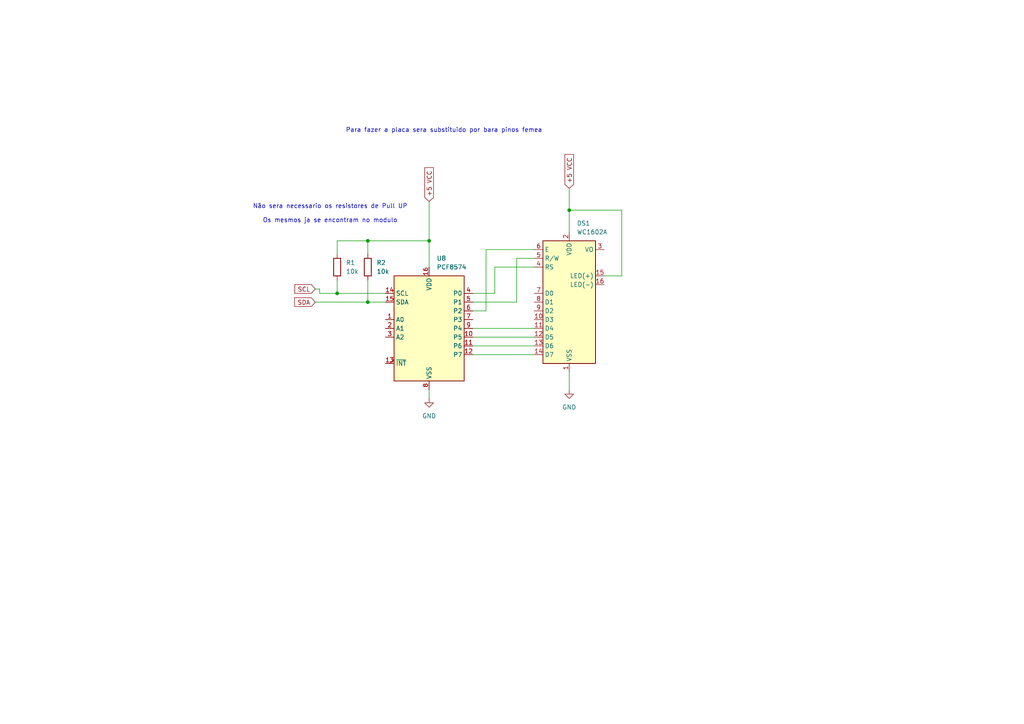
<source format=kicad_sch>
(kicad_sch (version 20231120) (generator "eeschema") (generator_version "8.0")
  (paper "A4")
  (title_block (title "LCD") (date "2024-03-18") (rev "1.0") (company "Alex Thomas Valmorbida"))
  (lib_symbols
    (symbol "Device:R" (pin_numbers hide) (pin_names (offset 0))
      (property "Reference" "R" (at 2.032 0 90))
      (property "Value" "R" (at 0 0 90))
      (symbol "R_0_1"
        (rectangle (start -1.016 -2.54) (end 1.016 2.54) (stroke (width 0.254)))
      )
      (symbol "R_1_1"
        (pin passive line (at 0 3.81 270) (length 1.27) (name "~") (number "1"))
        (pin passive line (at 0 -3.81 90) (length 1.27) (name "~") (number "2"))
      )
    )
    (symbol "Display_Character:WC1602A"
      (property "Reference" "DS" (at -5.842 19.05 0))
      (property "Value" "WC1602A" (at 5.334 19.05 0))
      (symbol "WC1602A_1_1"
        (rectangle (start -7.62 17.78) (end 7.62 -17.78) (stroke (width 0.254)) (fill (type background)))
        (pin power_in line (at 0 -20.32 90) (length 2.54) (name "VSS") (number "1"))
        (pin input line (at -10.16 -5.08 0) (length 2.54) (name "D3") (number "10"))
        (pin input line (at -10.16 -7.62 0) (length 2.54) (name "D4") (number "11"))
        (pin input line (at -10.16 -10.16 0) (length 2.54) (name "D5") (number "12"))
        (pin input line (at -10.16 -12.7 0) (length 2.54) (name "D6") (number "13"))
        (pin input line (at -10.16 -15.24 0) (length 2.54) (name "D7") (number "14"))
        (pin power_in line (at 10.16 7.62 180) (length 2.54) (name "LED(+)") (number "15"))
        (pin power_in line (at 10.16 5.08 180) (length 2.54) (name "LED(-)") (number "16"))
        (pin power_in line (at 0 20.32 270) (length 2.54) (name "VDD") (number "2"))
        (pin input line (at 10.16 15.24 180) (length 2.54) (name "VO") (number "3"))
        (pin input line (at -10.16 10.16 0) (length 2.54) (name "RS") (number "4"))
        (pin input line (at -10.16 12.7 0) (length 2.54) (name "R/W") (number "5"))
        (pin input line (at -10.16 15.24 0) (length 2.54) (name "E") (number "6"))
        (pin input line (at -10.16 2.54 0) (length 2.54) (name "D0") (number "7"))
        (pin input line (at -10.16 0 0) (length 2.54) (name "D1") (number "8"))
        (pin input line (at -10.16 -2.54 0) (length 2.54) (name "D2") (number "9"))
      )
    )
    (symbol "Interface_Expansion:PCF8574"
      (property "Reference" "U" (at -8.89 16.51 0))
      (property "Value" "PCF8574" (at 2.54 16.51 0))
      (symbol "PCF8574_0_1"
        (rectangle (start -10.16 15.24) (end 10.16 -15.24) (stroke (width 0.254)) (fill (type background)))
      )
      (symbol "PCF8574_1_1"
        (pin input line (at -12.7 2.54 0) (length 2.54) (name "A0") (number "1"))
        (pin bidirectional line (at 12.7 -2.54 180) (length 2.54) (name "P5") (number "10"))
        (pin bidirectional line (at 12.7 -5.08 180) (length 2.54) (name "P6") (number "11"))
        (pin bidirectional line (at 12.7 -7.62 180) (length 2.54) (name "P7") (number "12"))
        (pin open_collector output_low (at -12.7 -10.16 0) (length 2.54) (name "~{INT}") (number "13"))
        (pin input line (at -12.7 10.16 0) (length 2.54) (name "SCL") (number "14"))
        (pin bidirectional line (at -12.7 7.62 0) (length 2.54) (name "SDA") (number "15"))
        (pin power_in line (at 0 17.78 270) (length 2.54) (name "VDD") (number "16"))
        (pin input line (at -12.7 0 0) (length 2.54) (name "A1") (number "2"))
        (pin input line (at -12.7 -2.54 0) (length 2.54) (name "A2") (number "3"))
        (pin bidirectional line (at 12.7 10.16 180) (length 2.54) (name "P0") (number "4"))
        (pin bidirectional line (at 12.7 7.62 180) (length 2.54) (name "P1") (number "5"))
        (pin bidirectional line (at 12.7 5.08 180) (length 2.54) (name "P2") (number "6"))
        (pin bidirectional line (at 12.7 2.54 180) (length 2.54) (name "P3") (number "7"))
        (pin power_in line (at 0 -17.78 90) (length 2.54) (name "VSS") (number "8"))
        (pin bidirectional line (at 12.7 0 180) (length 2.54) (name "P4") (number "9"))
      )
    )
    (symbol "power:GND" (power) (pin_numbers hide) (pin_names (offset 0) hide)
      (property "Value" "GND" (at 0 -3.81 0))
      (symbol "GND_0_1"
        (polyline (pts (xy 0 0) (xy 0 -1.27) (xy 1.27 -1.27) (xy 0 -2.54) (xy -1.27 -1.27) (xy 0 -1.27)))
      )
      (symbol "GND_1_1"
        (pin power_in line (at 0 0 270) (length 0) (name "~") (number "1"))
      )
    )
  )
  (junction (at 106.68 87.63))
  (junction (at 106.68 69.85))
  (junction (at 124.46 69.85))
  (junction (at 165.1 60.96))
  (junction (at 97.79 85.09))
  (wire (pts (xy 149.86 87.63) (xy 149.86 74.93)))
  (wire (pts (xy 180.34 60.96) (xy 165.1 60.96)))
  (wire (pts (xy 124.46 58.42) (xy 124.46 69.85)))
  (wire (pts (xy 97.79 69.85) (xy 106.68 69.85)))
  (wire (pts (xy 91.44 83.82) (xy 92.71 83.82)))
  (wire (pts (xy 165.1 107.95) (xy 165.1 113.03)))
  (wire (pts (xy 140.97 72.39) (xy 154.94 72.39)))
  (wire (pts (xy 137.16 95.25) (xy 154.94 95.25)))
  (wire (pts (xy 106.68 87.63) (xy 111.76 87.63)))
  (wire (pts (xy 91.44 87.63) (xy 106.68 87.63)))
  (wire (pts (xy 97.79 85.09) (xy 111.76 85.09)))
  (wire (pts (xy 143.51 77.47) (xy 154.94 77.47)))
  (wire (pts (xy 137.16 90.17) (xy 140.97 90.17)))
  (wire (pts (xy 124.46 113.03) (xy 124.46 115.57)))
  (wire (pts (xy 97.79 81.28) (xy 97.79 85.09)))
  (wire (pts (xy 143.51 85.09) (xy 143.51 77.47)))
  (wire (pts (xy 124.46 69.85) (xy 124.46 77.47)))
  (wire (pts (xy 137.16 87.63) (xy 149.86 87.63)))
  (wire (pts (xy 97.79 73.66) (xy 97.79 69.85)))
  (wire (pts (xy 137.16 85.09) (xy 143.51 85.09)))
  (wire (pts (xy 106.68 69.85) (xy 124.46 69.85)))
  (wire (pts (xy 180.34 80.01) (xy 180.34 60.96)))
  (wire (pts (xy 92.71 85.09) (xy 97.79 85.09)))
  (wire (pts (xy 137.16 97.79) (xy 154.94 97.79)))
  (wire (pts (xy 165.1 60.96) (xy 165.1 67.31)))
  (wire (pts (xy 165.1 54.61) (xy 165.1 60.96)))
  (wire (pts (xy 137.16 102.87) (xy 154.94 102.87)))
  (wire (pts (xy 149.86 74.93) (xy 154.94 74.93)))
  (wire (pts (xy 137.16 100.33) (xy 154.94 100.33)))
  (wire (pts (xy 175.26 80.01) (xy 180.34 80.01)))
  (wire (pts (xy 106.68 73.66) (xy 106.68 69.85)))
  (wire (pts (xy 92.71 83.82) (xy 92.71 85.09)))
  (wire (pts (xy 106.68 81.28) (xy 106.68 87.63)))
  (wire (pts (xy 140.97 90.17) (xy 140.97 72.39)))
  (text "Para fazer a placa sera substituido por bara pinos femea" (at 128.778 37.846 0) (effects (font (size 1.27 1.27))))
  (text "Não sera necessario os resistores de Pull UP\n\nOs mesmos ja se encontram no modulo\n" (at 95.758 61.976 0) (effects (font (size 1.27 1.27))))
  (global_label "+5 VCC" (shape input) (at 165.1 54.61 90) (property "Intersheetrefs" "${INTERSHEET_REFS}" (effects (hide yes))))
  (global_label "+5 VCC" (shape input) (at 124.46 58.42 90) (property "Intersheetrefs" "${INTERSHEET_REFS}" (effects (hide yes))))
  (global_label "SCL" (shape input) (at 91.44 83.82 180) (property "Intersheetrefs" "${INTERSHEET_REFS}" (effects (hide yes))))
  (global_label "SDA" (shape input) (at 91.44 87.63 180) (property "Intersheetrefs" "${INTERSHEET_REFS}" (effects (hide yes))))
  (symbol (lib_id "power:GND") (at 165.1 113.03 0) (unit 1)
    (property "Reference" "#PWR03" (effects (hide yes)))
    (property "Value" "GND" (at 165.1 118.11 0))
    (property "Description" "Power symbol creates a global label with name \"GND\" , ground" (effects (hide yes)))
  )
  (symbol (lib_id "Interface_Expansion:PCF8574") (at 124.46 95.25 0) (unit 1)
    (property "Reference" "U8" (at 126.6541 74.93 0) (effects (justify left)))
    (property "Value" "PCF8574" (at 126.6541 77.47 0) (effects (justify left)))
    (property "Datasheet" "http://www.nxp.com/documents/data_sheet/PCF8574_PCF8574A.pdf" (effects (hide yes)))
    (property "Description" "8 Bit Port/Expander to I2C Bus, DIP/SOIC-16" (effects (hide yes)))
  )
  (symbol (lib_id "Device:R") (at 97.79 77.47 0) (unit 1)
    (property "Reference" "R1" (at 100.33 76.1999 0) (effects (justify left)))
    (property "Value" "10k" (at 100.33 78.7399 0) (effects (justify left)))
    (property "Footprint" "PCM_Resistor_THT_AKL:R_Axial_DIN0204_L3.6mm_D1.6mm_P12.70mm_Horizontal" (effects (hide yes)))
    (property "Description" "Resistor" (effects (hide yes)))
  )
  (symbol (lib_id "power:GND") (at 124.46 115.57 0) (unit 1)
    (property "Reference" "#PWR02" (effects (hide yes)))
    (property "Value" "GND" (at 124.46 120.65 0))
    (property "Description" "Power symbol creates a global label with name \"GND\" , ground" (effects (hide yes)))
  )
  (symbol (lib_id "Device:R") (at 106.68 77.47 0) (unit 1)
    (property "Reference" "R2" (at 109.22 76.1999 0) (effects (justify left)))
    (property "Value" "10k" (at 109.22 78.7399 0) (effects (justify left)))
    (property "Footprint" "PCM_Resistor_THT_AKL:R_Axial_DIN0204_L3.6mm_D1.6mm_P12.70mm_Horizontal" (effects (hide yes)))
    (property "Description" "Resistor" (effects (hide yes)))
  )
  (symbol (lib_id "Display_Character:WC1602A") (at 165.1 87.63 0) (unit 1)
    (property "Reference" "DS1" (at 167.2941 64.77 0) (effects (justify left)))
    (property "Value" "WC1602A" (at 167.2941 67.31 0) (effects (justify left)))
    (property "Footprint" "Display:WC1602A" (effects (hide yes)))
    (property "Datasheet" "http://www.wincomlcd.com/pdf/WC1602A-SFYLYHTC06.pdf" (effects (hide yes)))
    (property "Description" "LCD 16x2 Alphanumeric , 8 bit parallel bus, 5V VDD" (effects (hide yes)))
  )
)
</source>
